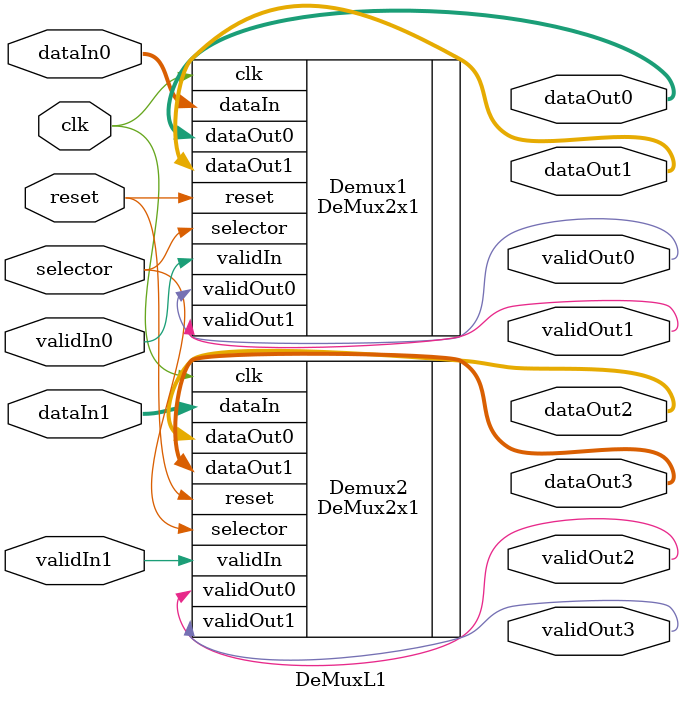
<source format=v>
`include "DeMux2x1.v"
module DeMuxL1(
    output [7:0]dataOut0,
    output [7:0]dataOut1,
    output [7:0]dataOut2,
    output [7:0]dataOut3,
    output validOut0,
    output validOut1,
    output validOut2,
    output validOut3,
    input [7:0]dataIn0,
    input [7:0]dataIn1,
    input validIn0,
    input validIn1,
    input selector,
    input clk,
    input reset);

    DeMux2x1 Demux1(
        //Outputs
        .dataOut0  (dataOut0[7:0]),
        .dataOut1  (dataOut1[7:0]),  
        .validOut0 (validOut0),
        .validOut1 (validOut1),
        //Inputs
        .dataIn    (dataIn0[7:0]),
        .validIn   (validIn0),
        .selector  (selector),
        .clk       (clk),
        .reset     (reset)
    );
    
    DeMux2x1 Demux2(
        //Outputs
        .dataOut0  (dataOut2[7:0]),
        .dataOut1  (dataOut3[7:0]),  
        .validOut0 (validOut2),
        .validOut1 (validOut3),
        //Inputs
        .dataIn    (dataIn1[7:0]),
        .validIn   (validIn1),
        .selector  (selector),
        .clk       (clk),
        .reset     (reset)
    );
endmodule
</source>
